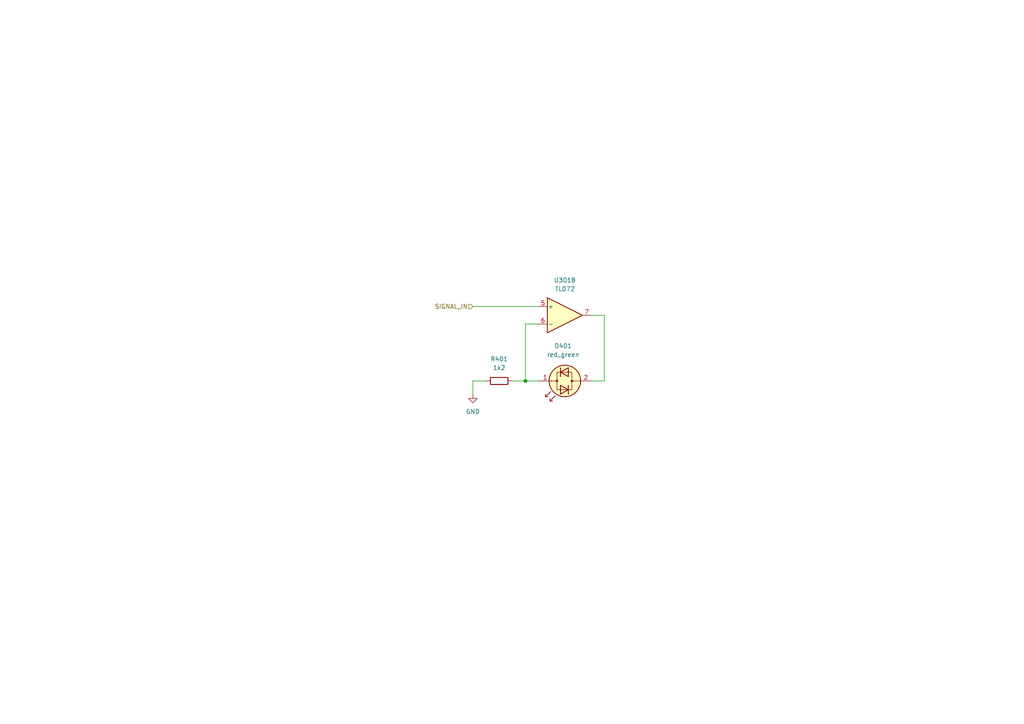
<source format=kicad_sch>
(kicad_sch (version 20230121) (generator eeschema)
  (paper "A4")
  (title_block (title "Josh Ox Ribbon Synth Mod Osc board") (date "2022-07-21") (rev "0") (comment 2 "creativecommons.org/licenses/by/4.0") (comment 3 "license: CC by 4.0") (comment 4 "Author: Jordan Aceto"))
  (lib_symbols
    (symbol "Amplifier_Operational:TL072" (pin_names (offset 0.127))
      (property "Reference" "U" (at 0 5.08 0))
      (property "Value" "TL072" (at 0 -5.08 0))
      (symbol "TL072_1_1"
        (polyline (pts (xy -5.08 5.08) (xy 5.08 0) (xy -5.08 -5.08) (xy -5.08 5.08)) (stroke (width 0.254)) (fill (type background)))
        (pin output line (at 7.62 0 180) (length 2.54) (name "~") (number "1"))
        (pin input line (at -7.62 -2.54 0) (length 2.54) (name "-") (number "2"))
        (pin input line (at -7.62 2.54 0) (length 2.54) (name "+") (number "3"))
      )
      (symbol "TL072_2_1"
        (polyline (pts (xy -5.08 5.08) (xy 5.08 0) (xy -5.08 -5.08) (xy -5.08 5.08)) (stroke (width 0.254)) (fill (type background)))
        (pin input line (at -7.62 2.54 0) (length 2.54) (name "+") (number "5"))
        (pin input line (at -7.62 -2.54 0) (length 2.54) (name "-") (number "6"))
        (pin output line (at 7.62 0 180) (length 2.54) (name "~") (number "7"))
      )
      (symbol "TL072_3_1"
        (pin power_in line (at -2.54 -7.62 90) (length 3.81) (name "V-") (number "4"))
        (pin power_in line (at -2.54 7.62 270) (length 3.81) (name "V+") (number "8"))
      )
    )
    (symbol "Device:LED_Dual_Bidirectional" (pin_names (offset 0) hide)
      (property "Reference" "D" (at 0 5.715 0))
      (property "Value" "LED_Dual_Bidirectional" (at 0 -6.35 0))
      (symbol "LED_Dual_Bidirectional_0_1"
        (circle (center -2.032 0) (radius 0.254) (fill (type outline)))
        (polyline (pts (xy -4.572 0) (xy -2.54 0)))
        (polyline (pts (xy -2.032 0) (xy -2.54 0)))
        (polyline (pts (xy -1.016 3.81) (xy -1.016 1.27)) (stroke (width 0.254)))
        (polyline (pts (xy 1.27 -1.27) (xy 1.27 -3.81)) (stroke (width 0.254)))
        (polyline (pts (xy 4.064 0) (xy 2.286 0)) (fill (type outline)))
        (polyline (pts (xy 4.318 5.842) (xy 4.318 5.08)) (stroke (width 0.2032)))
        (polyline (pts (xy 5.588 4.572) (xy 5.588 3.81)) (stroke (width 0.2032)))
        (polyline (pts (xy 2.794 4.318) (xy 4.318 5.842) (xy 3.556 5.842)) (stroke (width 0.2032)))
        (polyline (pts (xy 4.064 3.048) (xy 5.588 4.572) (xy 4.826 4.572)) (stroke (width 0.2032)))
        (polyline (pts (xy -1.016 -1.27) (xy -1.016 -3.81) (xy 1.27 -2.54) (xy -1.016 -1.27)) (stroke (width 0.254)))
        (polyline (pts (xy 1.27 3.81) (xy 1.27 1.27) (xy -1.016 2.54) (xy 1.27 3.81)) (stroke (width 0.254)))
        (polyline (pts (xy 2.286 2.54) (xy -2.032 2.54) (xy -2.032 -2.54) (xy 2.286 -2.54) (xy 2.286 2.54)))
        (circle (center 0 0) (radius 4.572) (stroke (width 0.254)) (fill (type background)))
        (circle (center 2.286 0) (radius 0.254) (fill (type outline)))
      )
      (symbol "LED_Dual_Bidirectional_1_1"
        (pin input line (at 7.62 0 180) (length 3.81) (name "KA") (number "1"))
        (pin input line (at -7.62 0 0) (length 3.048) (name "AK") (number "2"))
      )
    )
    (symbol "Device:R" (pin_numbers hide) (pin_names (offset 0))
      (property "Reference" "R" (at 2.032 0 90))
      (property "Value" "R" (at 0 0 90))
      (symbol "R_0_1"
        (rectangle (start -1.016 -2.54) (end 1.016 2.54) (stroke (width 0.254)))
      )
      (symbol "R_1_1"
        (pin passive line (at 0 3.81 270) (length 1.27) (name "~") (number "1"))
        (pin passive line (at 0 -3.81 90) (length 1.27) (name "~") (number "2"))
      )
    )
    (symbol "power:GND" (power) (pin_names (offset 0))
      (property "Value" "GND" (at 0 -3.81 0))
      (symbol "GND_0_1"
        (polyline (pts (xy 0 0) (xy 0 -1.27) (xy 1.27 -1.27) (xy 0 -2.54) (xy -1.27 -1.27) (xy 0 -1.27)))
      )
      (symbol "GND_1_1"
        (pin power_in line (at 0 0 270) (length 0) hide (name "GND") (number "1"))
      )
    )
  )
  (junction (at 152.4 110.49))
  (wire (pts (xy 137.16 114.3) (xy 137.16 110.49)))
  (wire (pts (xy 152.4 110.49) (xy 152.4 93.98)))
  (wire (pts (xy 137.16 110.49) (xy 140.97 110.49)))
  (wire (pts (xy 171.45 110.49) (xy 175.26 110.49)))
  (wire (pts (xy 148.59 110.49) (xy 152.4 110.49)))
  (wire (pts (xy 175.26 91.44) (xy 171.45 91.44)))
  (wire (pts (xy 156.21 110.49) (xy 152.4 110.49)))
  (wire (pts (xy 137.16 88.9) (xy 156.21 88.9)))
  (wire (pts (xy 175.26 110.49) (xy 175.26 91.44)))
  (wire (pts (xy 152.4 93.98) (xy 156.21 93.98)))
  (hierarchical_label "SIGNAL_IN" (shape input) (at 137.16 88.9 180))
  (symbol (lib_id "Amplifier_Operational:TL072") (at 163.83 91.44 0) (unit 2)
    (property "Reference" "U301" (at 163.83 81.28 0))
    (property "Value" "TL072" (at 163.83 83.82 0))
    (property "Footprint" "Package_SO:SO-8_5.3x6.2mm_P1.27mm" (effects hide))
    (property "Datasheet" "http://www.ti.com/lit/ds/symlink/tl071.pdf" (effects hide))
  )
  (symbol (lib_id "power:GND") (at 137.16 114.3 0) (unit 1)
    (property "Reference" "#PWR0401" (effects hide))
    (property "Value" "GND" (at 137.16 119.38 0))
  )
  (symbol (lib_id "Device:LED_Dual_Bidirectional") (at 163.83 110.49 180) (unit 1)
    (property "Reference" "D401" (at 163.3347 100.33 0))
    (property "Value" "red_green" (at 163.3347 102.87 0))
    (property "Footprint" "LED_THT:LED_D5.0mm" (effects hide))
  )
  (symbol (lib_id "Device:R") (at 144.78 110.49 90) (unit 1)
    (property "Reference" "R401" (at 144.78 104.14 90))
    (property "Value" "1k2" (at 144.78 106.68 90))
    (property "Footprint" "Resistor_SMD:R_0805_2012Metric" (effects hide))
  )
)
</source>
